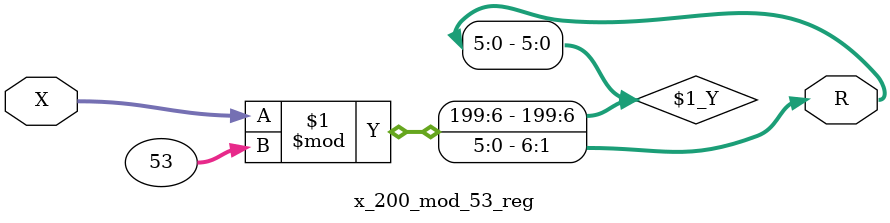
<source format=v>
module x_200_mod_53_reg(
    input [200:1] X,
    output [6:1] R
    );


assign R = X % 53;

endmodule

</source>
